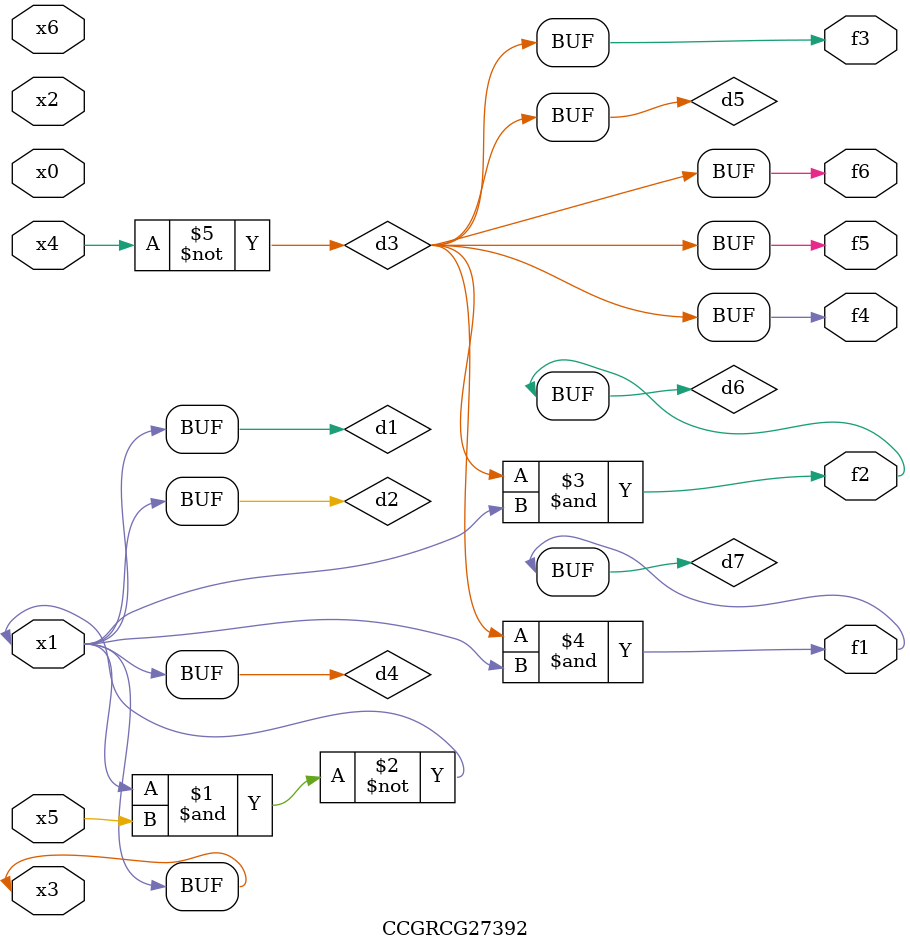
<source format=v>
module CCGRCG27392(
	input x0, x1, x2, x3, x4, x5, x6,
	output f1, f2, f3, f4, f5, f6
);

	wire d1, d2, d3, d4, d5, d6, d7;

	buf (d1, x1, x3);
	nand (d2, x1, x5);
	not (d3, x4);
	buf (d4, d1, d2);
	buf (d5, d3);
	and (d6, d3, d4);
	and (d7, d3, d4);
	assign f1 = d7;
	assign f2 = d6;
	assign f3 = d5;
	assign f4 = d5;
	assign f5 = d5;
	assign f6 = d5;
endmodule

</source>
